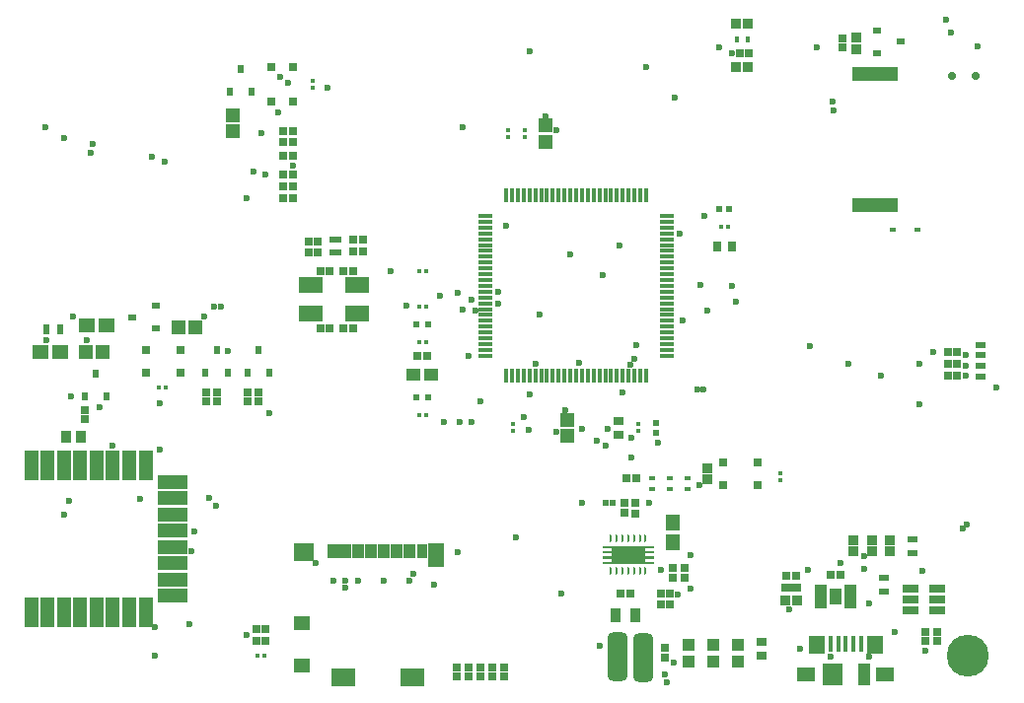
<source format=gts>
G04*
G04 #@! TF.GenerationSoftware,Altium Limited,Altium Designer,21.1.1 (26)*
G04*
G04 Layer_Color=8388736*
%FSLAX44Y44*%
%MOMM*%
G71*
G04*
G04 #@! TF.SameCoordinates,6A85A449-59C4-447A-B511-F0FC370A597D*
G04*
G04*
G04 #@! TF.FilePolarity,Negative*
G04*
G01*
G75*
%ADD35R,0.5900X0.4500*%
%ADD36R,4.0000X1.2000*%
%ADD37R,0.8500X0.6000*%
%ADD38R,0.3000X1.2000*%
%ADD39R,1.2000X0.3000*%
%ADD40R,0.7000X0.6500*%
%ADD41R,1.0062X1.1051*%
%ADD42R,0.6153X0.5725*%
%ADD43R,0.4556X0.3612*%
%ADD44R,0.4500X0.6000*%
G04:AMPARAMS|DCode=45|XSize=0.6mm|YSize=0.24mm|CornerRadius=0.12mm|HoleSize=0mm|Usage=FLASHONLY|Rotation=270.000|XOffset=0mm|YOffset=0mm|HoleType=Round|Shape=RoundedRectangle|*
%AMROUNDEDRECTD45*
21,1,0.6000,0.0000,0,0,270.0*
21,1,0.3600,0.2400,0,0,270.0*
1,1,0.2400,0.0000,-0.1800*
1,1,0.2400,0.0000,0.1800*
1,1,0.2400,0.0000,0.1800*
1,1,0.2400,0.0000,-0.1800*
%
%ADD45ROUNDEDRECTD45*%
%ADD46R,0.7581X0.8121*%
%ADD47R,0.6250X0.8250*%
%ADD48R,0.5000X0.5000*%
%ADD49R,1.3061X1.0582*%
%ADD50R,1.0000X0.5000*%
%ADD51R,0.4500X1.3800*%
%ADD52R,1.4250X1.5500*%
%ADD53R,1.6500X1.3000*%
%ADD54R,1.8000X1.9000*%
%ADD55R,1.0000X1.9000*%
%ADD66R,0.6000X0.4500*%
%ADD67R,0.8250X0.6250*%
%ADD68R,0.8121X0.7581*%
%ADD69R,0.3612X0.4556*%
%ADD70R,0.5725X0.6153*%
%ADD77R,0.6500X0.7000*%
%ADD78R,1.4000X0.8000*%
%ADD79R,1.3000X1.2000*%
%ADD80R,0.9000X1.0500*%
%ADD81R,0.8500X0.8000*%
%ADD82R,0.8000X0.7500*%
%ADD83R,0.7500X0.7500*%
%ADD84R,0.9000X0.8500*%
%ADD85R,0.8500X0.8500*%
%ADD86R,0.7000X0.7500*%
%ADD87R,0.6500X0.7000*%
%ADD88R,0.6500X0.6500*%
%ADD89R,0.5500X0.5500*%
%ADD90R,2.1000X1.5500*%
%ADD91R,1.0500X1.3000*%
%ADD92R,1.4000X1.2000*%
%ADD93R,1.7500X1.5500*%
%ADD94R,1.3700X2.0000*%
%ADD95R,0.9500X1.3000*%
%ADD96R,0.6000X0.7000*%
%ADD97C,1.4220*%
%ADD98R,1.0636X0.5048*%
%ADD99R,0.9874X1.3938*%
%ADD100R,2.6500X1.2000*%
%ADD101R,1.2000X2.6500*%
%ADD102R,1.4500X1.3000*%
%ADD103R,0.8500X1.2500*%
%ADD104R,0.7800X0.7400*%
G04:AMPARAMS|DCode=105|XSize=1.724mm|YSize=4.2mm|CornerRadius=0.481mm|HoleSize=0mm|Usage=FLASHONLY|Rotation=0.000|XOffset=0mm|YOffset=0mm|HoleType=Round|Shape=RoundedRectangle|*
%AMROUNDEDRECTD105*
21,1,1.7240,3.2380,0,0,0.0*
21,1,0.7620,4.2000,0,0,0.0*
1,1,0.9620,0.3810,-1.6190*
1,1,0.9620,-0.3810,-1.6190*
1,1,0.9620,-0.3810,1.6190*
1,1,0.9620,0.3810,1.6190*
%
%ADD105ROUNDEDRECTD105*%
%ADD106R,2.0000X1.4000*%
%ADD107R,1.3000X1.4500*%
%ADD108R,0.7000X0.6000*%
%ADD109R,0.7500X0.8000*%
%ADD110R,0.8500X0.8500*%
%ADD111R,0.7000X0.6500*%
%ADD112R,0.6500X0.6500*%
%ADD113R,0.8500X0.9000*%
%ADD114R,1.2000X1.3000*%
%ADD115C,0.7000*%
%ADD116C,3.6000*%
%ADD117C,0.3500*%
%ADD118C,0.6000*%
G36*
X743360Y206560D02*
X735610D01*
Y203960D01*
X743360D01*
Y201960D01*
X735610D01*
Y199360D01*
X743360D01*
Y197360D01*
X735610D01*
Y194760D01*
X743360D01*
Y192760D01*
X699360D01*
Y194760D01*
X707110D01*
Y197360D01*
X699360D01*
Y199360D01*
X707110D01*
Y201960D01*
X699360D01*
Y203960D01*
X707110D01*
Y206560D01*
X699360D01*
Y208560D01*
X743360D01*
Y206560D01*
D02*
G37*
D35*
X969400Y480060D02*
D03*
X948300D02*
D03*
D36*
X933450Y613530D02*
D03*
Y501530D02*
D03*
D37*
X1023620Y381110D02*
D03*
Y354110D02*
D03*
Y363110D02*
D03*
Y372110D02*
D03*
D38*
X616673Y509300D02*
D03*
X621673D02*
D03*
X626673D02*
D03*
X631673D02*
D03*
X636673D02*
D03*
X641673D02*
D03*
X661673D02*
D03*
X666673D02*
D03*
X671673D02*
D03*
X676673D02*
D03*
X681673D02*
D03*
X686673D02*
D03*
X691673D02*
D03*
X696673D02*
D03*
X701673D02*
D03*
X706673D02*
D03*
X711673D02*
D03*
X716673D02*
D03*
X721673D02*
D03*
X726673D02*
D03*
X731673D02*
D03*
X736673D02*
D03*
Y354300D02*
D03*
X731673D02*
D03*
X726673D02*
D03*
X721673D02*
D03*
X716673D02*
D03*
X711673D02*
D03*
X706673D02*
D03*
X701673D02*
D03*
X696673D02*
D03*
X691673D02*
D03*
X686673D02*
D03*
X681673D02*
D03*
X676673D02*
D03*
X666673D02*
D03*
X661673D02*
D03*
X656673D02*
D03*
X651673D02*
D03*
X646673D02*
D03*
X641673D02*
D03*
X636673D02*
D03*
X631673D02*
D03*
X626673D02*
D03*
X621673D02*
D03*
X671673D02*
D03*
X651673Y509300D02*
D03*
X656673D02*
D03*
X646673D02*
D03*
X616673Y354300D02*
D03*
D39*
X754173Y491800D02*
D03*
Y486800D02*
D03*
Y481800D02*
D03*
Y476800D02*
D03*
X754173Y461800D02*
D03*
X754173Y456800D02*
D03*
Y451800D02*
D03*
Y446800D02*
D03*
X754173Y441800D02*
D03*
X754173Y436800D02*
D03*
Y431800D02*
D03*
Y426800D02*
D03*
Y421800D02*
D03*
Y416800D02*
D03*
Y411800D02*
D03*
Y406800D02*
D03*
Y401800D02*
D03*
Y386800D02*
D03*
Y381800D02*
D03*
Y376800D02*
D03*
Y371800D02*
D03*
X599173Y376800D02*
D03*
Y381800D02*
D03*
Y386800D02*
D03*
Y391800D02*
D03*
Y396800D02*
D03*
Y401800D02*
D03*
Y406800D02*
D03*
Y411800D02*
D03*
Y416800D02*
D03*
Y421800D02*
D03*
Y426800D02*
D03*
Y431800D02*
D03*
Y436800D02*
D03*
Y441800D02*
D03*
Y446800D02*
D03*
Y451800D02*
D03*
Y456800D02*
D03*
Y461800D02*
D03*
Y466800D02*
D03*
Y471800D02*
D03*
Y476800D02*
D03*
Y481800D02*
D03*
Y486800D02*
D03*
Y491800D02*
D03*
X754173Y396800D02*
D03*
Y391800D02*
D03*
X599173Y371800D02*
D03*
X754173Y471800D02*
D03*
Y466800D02*
D03*
D40*
X414680Y589770D02*
D03*
X433680Y619270D02*
D03*
X414680D02*
D03*
X433680Y589770D02*
D03*
D41*
X773430Y109178D02*
D03*
Y123190D02*
D03*
X815242Y109178D02*
D03*
Y123190D02*
D03*
X794336Y109178D02*
D03*
Y123190D02*
D03*
D42*
X799624Y497840D02*
D03*
X808195D02*
D03*
D43*
X547858Y383846D02*
D03*
X541802D02*
D03*
X409428Y114300D02*
D03*
X403372D02*
D03*
X324338Y344170D02*
D03*
X318282D02*
D03*
X547858Y444500D02*
D03*
X541802D02*
D03*
X547858Y414020D02*
D03*
X541802D02*
D03*
X800882Y482600D02*
D03*
X806938D02*
D03*
X547858Y320585D02*
D03*
X541802D02*
D03*
D44*
X823900Y643193D02*
D03*
X814400D02*
D03*
D45*
X716360Y214660D02*
D03*
X721360D02*
D03*
Y186660D02*
D03*
X716360D02*
D03*
X736360D02*
D03*
X731360D02*
D03*
X711360D02*
D03*
X706360D02*
D03*
Y214660D02*
D03*
X711360D02*
D03*
X726360Y186660D02*
D03*
X736360Y214660D02*
D03*
X731360D02*
D03*
X726360D02*
D03*
D46*
X797640Y465791D02*
D03*
X810180D02*
D03*
D47*
X233470Y394902D02*
D03*
X221970D02*
D03*
D48*
X549830Y398904D02*
D03*
X539830D02*
D03*
X549830Y335643D02*
D03*
X539830D02*
D03*
D49*
X552591Y355243D02*
D03*
X537069D02*
D03*
D50*
X469900Y460590D02*
D03*
Y471590D02*
D03*
D51*
X921050Y124700D02*
D03*
X914550D02*
D03*
X901550D02*
D03*
X908050D02*
D03*
X895050D02*
D03*
D52*
X883175Y123850D02*
D03*
X932925D02*
D03*
D53*
X874300Y98100D02*
D03*
X941800D02*
D03*
D54*
X896550D02*
D03*
D55*
X923550D02*
D03*
D66*
X741680Y257200D02*
D03*
Y266700D02*
D03*
X756920Y257200D02*
D03*
Y266700D02*
D03*
X772160Y257200D02*
D03*
Y266700D02*
D03*
D67*
X965200Y202530D02*
D03*
Y214030D02*
D03*
X941070Y181010D02*
D03*
Y169510D02*
D03*
D68*
X835618Y126424D02*
D03*
Y113884D02*
D03*
X713441Y303610D02*
D03*
Y316150D02*
D03*
D69*
X852170Y270998D02*
D03*
Y264942D02*
D03*
X450850Y601492D02*
D03*
Y607548D02*
D03*
X622300Y306852D02*
D03*
Y312908D02*
D03*
X730250Y306852D02*
D03*
Y312908D02*
D03*
X632605Y559582D02*
D03*
Y565638D02*
D03*
X618490Y559582D02*
D03*
Y565638D02*
D03*
D70*
X745490Y305595D02*
D03*
Y314165D02*
D03*
D77*
X803130Y280010D02*
D03*
X832630D02*
D03*
X803130Y261010D02*
D03*
X832630D02*
D03*
X337330Y357530D02*
D03*
X307830Y376530D02*
D03*
Y357530D02*
D03*
X337330Y376530D02*
D03*
D78*
X963860Y153060D02*
D03*
Y162560D02*
D03*
Y172060D02*
D03*
X986860D02*
D03*
Y162560D02*
D03*
Y153060D02*
D03*
D79*
X669290Y302880D02*
D03*
Y316880D02*
D03*
X382270Y578500D02*
D03*
Y564500D02*
D03*
X650664Y555610D02*
D03*
Y569610D02*
D03*
D80*
X251360Y302260D02*
D03*
X238860D02*
D03*
D81*
X865310Y172878D02*
D03*
X856810D02*
D03*
D82*
X723070Y167640D02*
D03*
X714570D02*
D03*
X903855Y183899D02*
D03*
X895355D02*
D03*
X865310Y182880D02*
D03*
X856810D02*
D03*
X425010Y564992D02*
D03*
X433510D02*
D03*
X425010Y554990D02*
D03*
X433510D02*
D03*
X425010Y543560D02*
D03*
X433510D02*
D03*
X425010Y527050D02*
D03*
X433510D02*
D03*
X425010Y516890D02*
D03*
X433510D02*
D03*
X425010Y506730D02*
D03*
X433510D02*
D03*
X728150Y266700D02*
D03*
X719650D02*
D03*
X493903Y471170D02*
D03*
X485403D02*
D03*
X493903Y461010D02*
D03*
X485403D02*
D03*
X540580Y371787D02*
D03*
X549080D02*
D03*
X485580Y444745D02*
D03*
X477080D02*
D03*
X485580Y394970D02*
D03*
X477080D02*
D03*
D83*
X727710Y245308D02*
D03*
Y236307D02*
D03*
D84*
X823650Y619760D02*
D03*
X814150D02*
D03*
D85*
X916940Y645080D02*
D03*
Y635080D02*
D03*
X946095Y203635D02*
D03*
Y213635D02*
D03*
X930470Y203635D02*
D03*
Y213635D02*
D03*
X914845Y203635D02*
D03*
Y213635D02*
D03*
D86*
X986790Y134620D02*
D03*
Y127120D02*
D03*
X976630D02*
D03*
Y134620D02*
D03*
D87*
X255270Y325060D02*
D03*
Y317560D02*
D03*
X905510Y643830D02*
D03*
Y636330D02*
D03*
X368300Y332800D02*
D03*
Y340300D02*
D03*
X359297Y340360D02*
D03*
Y332860D02*
D03*
X403860Y332800D02*
D03*
Y340300D02*
D03*
X394857D02*
D03*
Y332800D02*
D03*
D88*
X614680Y104330D02*
D03*
Y96330D02*
D03*
X718207Y245300D02*
D03*
Y237300D02*
D03*
X574040Y104330D02*
D03*
Y96330D02*
D03*
X584200Y104330D02*
D03*
Y96330D02*
D03*
X594360Y104330D02*
D03*
Y96330D02*
D03*
X604520Y104330D02*
D03*
Y96330D02*
D03*
D89*
X707850Y245110D02*
D03*
X701850D02*
D03*
D90*
X476635Y95735D02*
D03*
X536335D02*
D03*
D91*
X522985Y203985D02*
D03*
X511985D02*
D03*
X489985D02*
D03*
X533985D02*
D03*
X467985D02*
D03*
X478985D02*
D03*
X500985D02*
D03*
D92*
X441635Y105485D02*
D03*
Y142485D02*
D03*
D93*
X443385Y202735D02*
D03*
D94*
X556585Y200485D02*
D03*
D95*
X544485Y203985D02*
D03*
D96*
X264160Y356710D02*
D03*
X273660Y336710D02*
D03*
X254660D02*
D03*
X398120Y598330D02*
D03*
X388620Y618330D02*
D03*
X379120Y598330D02*
D03*
X368243Y377030D02*
D03*
X377743Y357030D02*
D03*
X358742D02*
D03*
X403860Y377030D02*
D03*
X413360Y357030D02*
D03*
X394360D02*
D03*
D97*
X721360Y200660D02*
D03*
D98*
X886905Y157228D02*
D03*
X912305Y167388D02*
D03*
Y172468D02*
D03*
X886905Y167388D02*
D03*
X912305Y162309D02*
D03*
X886905Y172468D02*
D03*
Y162309D02*
D03*
X912305Y157228D02*
D03*
D99*
X899605Y164848D02*
D03*
D100*
X330120Y221630D02*
D03*
Y207630D02*
D03*
Y165630D02*
D03*
Y179630D02*
D03*
Y193630D02*
D03*
Y235630D02*
D03*
Y263630D02*
D03*
Y249630D02*
D03*
D101*
X251170Y151680D02*
D03*
X209170D02*
D03*
X265170Y277580D02*
D03*
X307170D02*
D03*
X237170D02*
D03*
X279170D02*
D03*
X293170D02*
D03*
X237170Y151680D02*
D03*
X223170D02*
D03*
X307170D02*
D03*
X251170Y277580D02*
D03*
X223170D02*
D03*
X209170D02*
D03*
X265170Y151680D02*
D03*
X279170D02*
D03*
X293170D02*
D03*
D102*
X273930Y397510D02*
D03*
X256930D02*
D03*
X233888Y374650D02*
D03*
X216888D02*
D03*
D103*
X727320Y148590D02*
D03*
X710320D02*
D03*
D104*
X457110Y394970D02*
D03*
X464910D02*
D03*
X454750Y469900D02*
D03*
X446950D02*
D03*
X454750Y460897D02*
D03*
X446950D02*
D03*
X464910Y444500D02*
D03*
X457110D02*
D03*
D105*
X734060Y112531D02*
D03*
X712470Y113030D02*
D03*
D106*
X448630Y408242D02*
D03*
X488630Y432243D02*
D03*
Y408242D02*
D03*
X448630Y432243D02*
D03*
D107*
X759460Y228210D02*
D03*
Y211210D02*
D03*
D108*
X934880Y650850D02*
D03*
X954880Y641350D02*
D03*
X934880Y631850D02*
D03*
X316070Y414408D02*
D03*
Y395407D02*
D03*
X296070Y404907D02*
D03*
D109*
X769620Y181170D02*
D03*
Y189670D02*
D03*
X759618Y181170D02*
D03*
Y189670D02*
D03*
X753110Y112590D02*
D03*
Y121090D02*
D03*
D110*
X856060Y161875D02*
D03*
X866060D02*
D03*
X824150Y656695D02*
D03*
X814150D02*
D03*
D111*
X756920Y158637D02*
D03*
X749420D02*
D03*
X756920Y167640D02*
D03*
X749420D02*
D03*
X817150Y631190D02*
D03*
X824650D02*
D03*
X402650Y137160D02*
D03*
X410150D02*
D03*
Y127000D02*
D03*
X402650D02*
D03*
D112*
X1003490Y354330D02*
D03*
X995490D02*
D03*
X1003490Y364490D02*
D03*
X995490D02*
D03*
X1003490Y374650D02*
D03*
X995490D02*
D03*
D113*
X789569Y275260D02*
D03*
Y265760D02*
D03*
D114*
X255890Y374650D02*
D03*
X269890D02*
D03*
X349900Y396240D02*
D03*
X335900D02*
D03*
D115*
X1019580Y612150D02*
D03*
X999580D02*
D03*
D116*
X1012770Y114420D02*
D03*
D117*
X711360Y200660D02*
D03*
X731360D02*
D03*
X711360Y205660D02*
D03*
X731360D02*
D03*
X711360Y195660D02*
D03*
X731360D02*
D03*
X716360Y205660D02*
D03*
X721360D02*
D03*
Y200660D02*
D03*
X726360D02*
D03*
X716360D02*
D03*
X726360Y205660D02*
D03*
X716360Y195660D02*
D03*
X721360D02*
D03*
X726360D02*
D03*
D118*
X1010920Y354330D02*
D03*
Y363110D02*
D03*
Y372110D02*
D03*
X1037422Y344170D02*
D03*
X754380Y91420D02*
D03*
X753110Y97790D02*
D03*
X994467Y660420D02*
D03*
X302260Y248920D02*
D03*
X346246Y204006D02*
D03*
X241808Y247142D02*
D03*
X367792Y242824D02*
D03*
X237170Y235524D02*
D03*
X349365Y221095D02*
D03*
X344932Y141478D02*
D03*
X314960Y138938D02*
D03*
X279170Y294616D02*
D03*
X319278Y331216D02*
D03*
X361390Y249630D02*
D03*
X319278Y291338D02*
D03*
X637032Y632968D02*
D03*
X650664Y577596D02*
D03*
X659384Y565404D02*
D03*
X782320Y260350D02*
D03*
X478985Y172329D02*
D03*
X788924Y410972D02*
D03*
X810180Y431372D02*
D03*
X814098Y418084D02*
D03*
X1011972Y227112D02*
D03*
X781050Y342900D02*
D03*
X1008380Y223520D02*
D03*
X786130Y342900D02*
D03*
X728572Y381000D02*
D03*
X726634Y368808D02*
D03*
X699770Y440690D02*
D03*
X713740Y466090D02*
D03*
X938530Y354330D02*
D03*
X897128Y590296D02*
D03*
X974090Y186690D02*
D03*
X723900Y284480D02*
D03*
Y300990D02*
D03*
X774700Y171450D02*
D03*
Y200660D02*
D03*
X716673Y340614D02*
D03*
X267910Y327406D02*
D03*
X664210Y167640D02*
D03*
X667766Y324866D02*
D03*
X413360Y322834D02*
D03*
X372110Y414020D02*
D03*
X260350Y546100D02*
D03*
X377743Y375711D02*
D03*
X365760Y414020D02*
D03*
X261620Y553720D02*
D03*
X810514Y631190D02*
D03*
X584708Y371348D02*
D03*
X786384Y491800D02*
D03*
X616204Y483616D02*
D03*
X1021080Y637286D02*
D03*
X799846Y636778D02*
D03*
X357378Y405892D02*
D03*
X244856D02*
D03*
X895050Y113030D02*
D03*
X949960Y134620D02*
D03*
X976630Y118110D02*
D03*
X679196Y365506D02*
D03*
X927862Y113030D02*
D03*
X400050Y529590D02*
D03*
X312420Y542290D02*
D03*
X393700Y506730D02*
D03*
X323850Y538480D02*
D03*
X406340Y562550D02*
D03*
X220980Y567690D02*
D03*
X410210Y527050D02*
D03*
X237490Y558800D02*
D03*
X671673Y458978D02*
D03*
X765810Y476800D02*
D03*
X422910Y610870D02*
D03*
X749300Y187960D02*
D03*
X681990Y245110D02*
D03*
X610108Y426800D02*
D03*
X998220Y648970D02*
D03*
X768096Y401800D02*
D03*
X393700Y132080D02*
D03*
X587248Y314960D02*
D03*
X478985Y178425D02*
D03*
X467985D02*
D03*
X554990Y175260D02*
D03*
X783590Y432308D02*
D03*
X536956Y184404D02*
D03*
X533985Y178425D02*
D03*
X562864Y314706D02*
D03*
X489985Y178425D02*
D03*
X645668Y406908D02*
D03*
X594614Y332994D02*
D03*
X576834Y315214D02*
D03*
X511985Y178425D02*
D03*
X971550Y330390D02*
D03*
X982980Y374650D02*
D03*
X877570Y379730D02*
D03*
X971550Y364490D02*
D03*
X910590D02*
D03*
X575056Y426212D02*
D03*
X531114Y415036D02*
D03*
X559896Y423672D02*
D03*
X517652Y444745D02*
D03*
X737108Y619760D02*
D03*
X703834Y308864D02*
D03*
X694690Y298450D02*
D03*
X738942Y245308D02*
D03*
X869219Y120396D02*
D03*
X859790Y153670D02*
D03*
X696976Y122936D02*
D03*
X760730Y107950D02*
D03*
X463296Y601980D02*
D03*
X256930Y385572D02*
D03*
X221970D02*
D03*
X681990Y308864D02*
D03*
X624840Y215900D02*
D03*
X575310Y203200D02*
D03*
X452882Y193802D02*
D03*
X314865Y114300D02*
D03*
X579120Y567690D02*
D03*
Y411080D02*
D03*
X420878Y580390D02*
D03*
X433578Y535432D02*
D03*
X429260Y605790D02*
D03*
X897636Y582168D02*
D03*
X590296Y410972D02*
D03*
X586546Y420176D02*
D03*
X635762Y308102D02*
D03*
X641673Y364998D02*
D03*
X610108Y416800D02*
D03*
X242924Y337312D02*
D03*
X631673Y319278D02*
D03*
X636673Y338836D02*
D03*
X927862Y159512D02*
D03*
X702056Y294894D02*
D03*
X875538Y187960D02*
D03*
X747014Y296926D02*
D03*
X903855Y193679D02*
D03*
X923572Y199672D02*
D03*
X923685Y188976D02*
D03*
X722884Y363982D02*
D03*
X883076Y636330D02*
D03*
X761492Y593852D02*
D03*
X764032Y166370D02*
D03*
X660146Y306832D02*
D03*
M02*

</source>
